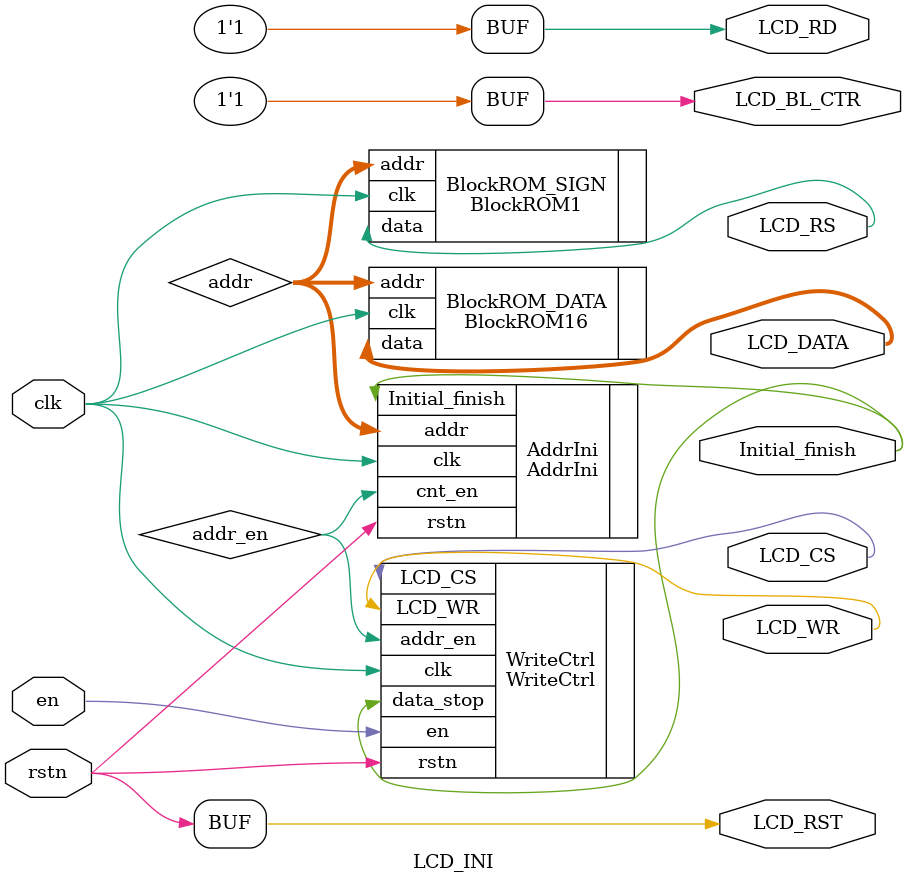
<source format=v>
module LCD_INI(
    input              clk,
    input              rstn,
    input              en,
    output             Initial_finish,
    output             LCD_CS,
    output             LCD_RST,
    output             LCD_RS,
    output             LCD_WR,
    output             LCD_RD,
    output    [15:0]   LCD_DATA,
    output             LCD_BL_CTR
);

localparam  ADDR_WIDTH = 17;

assign LCD_RST    = rstn;
assign LCD_RD     = 1'b1;
assign LCD_BL_CTR = 1'b1;


wire addr_en;
WriteCtrl WriteCtrl(
     .clk               (clk)
    ,.rstn              (rstn)
    ,.en                (en)
    ,.data_stop         (Initial_finish)
    ,.addr_en           (addr_en)
    ,.LCD_CS            (LCD_CS)
    ,.LCD_WR            (LCD_WR)
);

/*****************************************/
//addr
/*****************************************/
wire [ADDR_WIDTH-1:0] addr;
AddrIni # (
     .ADDR_WIDTH  (ADDR_WIDTH)
)     AddrIni (
     .clk             (clk)
    ,.rstn            (rstn)
    ,.cnt_en          (addr_en)
    ,.Initial_finish  (Initial_finish)
    ,.addr            (addr)
);


/*****************************************/
//BROM
/*****************************************/
BlockROM16 # (
     .ADDR_WIDTH  (ADDR_WIDTH) 
    ,.DATA_WIDTH  (16)
)     BlockROM_DATA (
     .clk         (clk)
    ,.addr        (addr)
    ,.data        (LCD_DATA)
);

BlockROM1 # (
     .ADDR_WIDTH  (ADDR_WIDTH)
    ,.DATA_WIDTH  (1)
)     BlockROM_SIGN (
     .clk         (clk)
    ,.addr        (addr)
    ,.data        (LCD_RS)// rs = 0 -> Command Addr
);

endmodule

</source>
